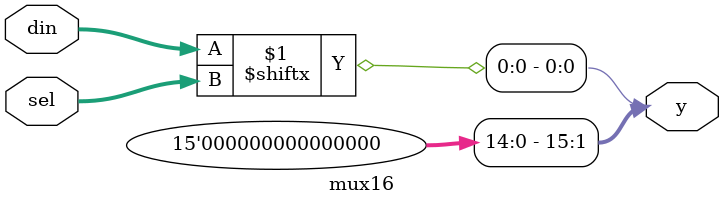
<source format=v>
`timescale 1ns / 1ps


module mux16(
 input [15:0]din,
 input [3:0]sel,
 output [15:0] y

    );
    
  assign y = din[sel];
  
endmodule

</source>
